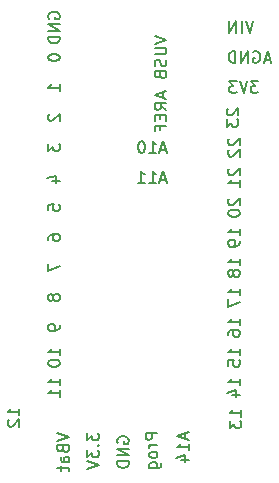
<source format=gbr>
G04 #@! TF.FileFunction,Legend,Bot*
%FSLAX46Y46*%
G04 Gerber Fmt 4.6, Leading zero omitted, Abs format (unit mm)*
G04 Created by KiCad (PCBNEW 4.0.2-4+6225~38~ubuntu14.04.1-stable) date on. 13. april 2016 kl. 20.39 +0200*
%MOMM*%
G01*
G04 APERTURE LIST*
%ADD10C,0.100000*%
%ADD11C,0.150000*%
G04 APERTURE END LIST*
D10*
D11*
X112823476Y-106846667D02*
X112347285Y-106846667D01*
X112918714Y-107132381D02*
X112585381Y-106132381D01*
X112252047Y-107132381D01*
X111394904Y-107132381D02*
X111966333Y-107132381D01*
X111680619Y-107132381D02*
X111680619Y-106132381D01*
X111775857Y-106275238D01*
X111871095Y-106370476D01*
X111966333Y-106418095D01*
X110442523Y-107132381D02*
X111013952Y-107132381D01*
X110728238Y-107132381D02*
X110728238Y-106132381D01*
X110823476Y-106275238D01*
X110918714Y-106370476D01*
X111013952Y-106418095D01*
X112823476Y-104306667D02*
X112347285Y-104306667D01*
X112918714Y-104592381D02*
X112585381Y-103592381D01*
X112252047Y-104592381D01*
X111394904Y-104592381D02*
X111966333Y-104592381D01*
X111680619Y-104592381D02*
X111680619Y-103592381D01*
X111775857Y-103735238D01*
X111871095Y-103830476D01*
X111966333Y-103878095D01*
X110775857Y-103592381D02*
X110680618Y-103592381D01*
X110585380Y-103640000D01*
X110537761Y-103687619D01*
X110490142Y-103782857D01*
X110442523Y-103973333D01*
X110442523Y-104211429D01*
X110490142Y-104401905D01*
X110537761Y-104497143D01*
X110585380Y-104544762D01*
X110680618Y-104592381D01*
X110775857Y-104592381D01*
X110871095Y-104544762D01*
X110918714Y-104497143D01*
X110966333Y-104401905D01*
X111013952Y-104211429D01*
X111013952Y-103973333D01*
X110966333Y-103782857D01*
X110918714Y-103687619D01*
X110871095Y-103640000D01*
X110775857Y-103592381D01*
X112561667Y-99472952D02*
X112561667Y-99949143D01*
X112847381Y-99377714D02*
X111847381Y-99711047D01*
X112847381Y-100044381D01*
X112847381Y-100949143D02*
X112371190Y-100615809D01*
X112847381Y-100377714D02*
X111847381Y-100377714D01*
X111847381Y-100758667D01*
X111895000Y-100853905D01*
X111942619Y-100901524D01*
X112037857Y-100949143D01*
X112180714Y-100949143D01*
X112275952Y-100901524D01*
X112323571Y-100853905D01*
X112371190Y-100758667D01*
X112371190Y-100377714D01*
X112323571Y-101377714D02*
X112323571Y-101711048D01*
X112847381Y-101853905D02*
X112847381Y-101377714D01*
X111847381Y-101377714D01*
X111847381Y-101853905D01*
X112323571Y-102615810D02*
X112323571Y-102282476D01*
X112847381Y-102282476D02*
X111847381Y-102282476D01*
X111847381Y-102758667D01*
X111847381Y-94686667D02*
X112847381Y-95020000D01*
X111847381Y-95353334D01*
X111847381Y-95686667D02*
X112656905Y-95686667D01*
X112752143Y-95734286D01*
X112799762Y-95781905D01*
X112847381Y-95877143D01*
X112847381Y-96067620D01*
X112799762Y-96162858D01*
X112752143Y-96210477D01*
X112656905Y-96258096D01*
X111847381Y-96258096D01*
X112799762Y-96686667D02*
X112847381Y-96829524D01*
X112847381Y-97067620D01*
X112799762Y-97162858D01*
X112752143Y-97210477D01*
X112656905Y-97258096D01*
X112561667Y-97258096D01*
X112466429Y-97210477D01*
X112418810Y-97162858D01*
X112371190Y-97067620D01*
X112323571Y-96877143D01*
X112275952Y-96781905D01*
X112228333Y-96734286D01*
X112133095Y-96686667D01*
X112037857Y-96686667D01*
X111942619Y-96734286D01*
X111895000Y-96781905D01*
X111847381Y-96877143D01*
X111847381Y-97115239D01*
X111895000Y-97258096D01*
X112323571Y-98020001D02*
X112371190Y-98162858D01*
X112418810Y-98210477D01*
X112514048Y-98258096D01*
X112656905Y-98258096D01*
X112752143Y-98210477D01*
X112799762Y-98162858D01*
X112847381Y-98067620D01*
X112847381Y-97686667D01*
X111847381Y-97686667D01*
X111847381Y-98020001D01*
X111895000Y-98115239D01*
X111942619Y-98162858D01*
X112037857Y-98210477D01*
X112133095Y-98210477D01*
X112228333Y-98162858D01*
X112275952Y-98115239D01*
X112323571Y-98020001D01*
X112323571Y-97686667D01*
X120221238Y-93432381D02*
X119887905Y-94432381D01*
X119554571Y-93432381D01*
X119221238Y-94432381D02*
X119221238Y-93432381D01*
X118745048Y-94432381D02*
X118745048Y-93432381D01*
X118173619Y-94432381D01*
X118173619Y-93432381D01*
X121649905Y-96686667D02*
X121173714Y-96686667D01*
X121745143Y-96972381D02*
X121411810Y-95972381D01*
X121078476Y-96972381D01*
X120221333Y-96020000D02*
X120316571Y-95972381D01*
X120459428Y-95972381D01*
X120602286Y-96020000D01*
X120697524Y-96115238D01*
X120745143Y-96210476D01*
X120792762Y-96400952D01*
X120792762Y-96543810D01*
X120745143Y-96734286D01*
X120697524Y-96829524D01*
X120602286Y-96924762D01*
X120459428Y-96972381D01*
X120364190Y-96972381D01*
X120221333Y-96924762D01*
X120173714Y-96877143D01*
X120173714Y-96543810D01*
X120364190Y-96543810D01*
X119745143Y-96972381D02*
X119745143Y-95972381D01*
X119173714Y-96972381D01*
X119173714Y-95972381D01*
X118697524Y-96972381D02*
X118697524Y-95972381D01*
X118459429Y-95972381D01*
X118316571Y-96020000D01*
X118221333Y-96115238D01*
X118173714Y-96210476D01*
X118126095Y-96400952D01*
X118126095Y-96543810D01*
X118173714Y-96734286D01*
X118221333Y-96829524D01*
X118316571Y-96924762D01*
X118459429Y-96972381D01*
X118697524Y-96972381D01*
X120618095Y-98512381D02*
X119999047Y-98512381D01*
X120332381Y-98893333D01*
X120189523Y-98893333D01*
X120094285Y-98940952D01*
X120046666Y-98988571D01*
X119999047Y-99083810D01*
X119999047Y-99321905D01*
X120046666Y-99417143D01*
X120094285Y-99464762D01*
X120189523Y-99512381D01*
X120475238Y-99512381D01*
X120570476Y-99464762D01*
X120618095Y-99417143D01*
X119713333Y-98512381D02*
X119380000Y-99512381D01*
X119046666Y-98512381D01*
X118808571Y-98512381D02*
X118189523Y-98512381D01*
X118522857Y-98893333D01*
X118379999Y-98893333D01*
X118284761Y-98940952D01*
X118237142Y-98988571D01*
X118189523Y-99083810D01*
X118189523Y-99321905D01*
X118237142Y-99417143D01*
X118284761Y-99464762D01*
X118379999Y-99512381D01*
X118665714Y-99512381D01*
X118760952Y-99464762D01*
X118808571Y-99417143D01*
X118038619Y-100838095D02*
X117991000Y-100885714D01*
X117943381Y-100980952D01*
X117943381Y-101219048D01*
X117991000Y-101314286D01*
X118038619Y-101361905D01*
X118133857Y-101409524D01*
X118229095Y-101409524D01*
X118371952Y-101361905D01*
X118943381Y-100790476D01*
X118943381Y-101409524D01*
X117943381Y-101742857D02*
X117943381Y-102361905D01*
X118324333Y-102028571D01*
X118324333Y-102171429D01*
X118371952Y-102266667D01*
X118419571Y-102314286D01*
X118514810Y-102361905D01*
X118752905Y-102361905D01*
X118848143Y-102314286D01*
X118895762Y-102266667D01*
X118943381Y-102171429D01*
X118943381Y-101885714D01*
X118895762Y-101790476D01*
X118848143Y-101742857D01*
X118165619Y-103378095D02*
X118118000Y-103425714D01*
X118070381Y-103520952D01*
X118070381Y-103759048D01*
X118118000Y-103854286D01*
X118165619Y-103901905D01*
X118260857Y-103949524D01*
X118356095Y-103949524D01*
X118498952Y-103901905D01*
X119070381Y-103330476D01*
X119070381Y-103949524D01*
X118165619Y-104330476D02*
X118118000Y-104378095D01*
X118070381Y-104473333D01*
X118070381Y-104711429D01*
X118118000Y-104806667D01*
X118165619Y-104854286D01*
X118260857Y-104901905D01*
X118356095Y-104901905D01*
X118498952Y-104854286D01*
X119070381Y-104282857D01*
X119070381Y-104901905D01*
X118165619Y-105918095D02*
X118118000Y-105965714D01*
X118070381Y-106060952D01*
X118070381Y-106299048D01*
X118118000Y-106394286D01*
X118165619Y-106441905D01*
X118260857Y-106489524D01*
X118356095Y-106489524D01*
X118498952Y-106441905D01*
X119070381Y-105870476D01*
X119070381Y-106489524D01*
X119070381Y-107441905D02*
X119070381Y-106870476D01*
X119070381Y-107156190D02*
X118070381Y-107156190D01*
X118213238Y-107060952D01*
X118308476Y-106965714D01*
X118356095Y-106870476D01*
X118165619Y-108458095D02*
X118118000Y-108505714D01*
X118070381Y-108600952D01*
X118070381Y-108839048D01*
X118118000Y-108934286D01*
X118165619Y-108981905D01*
X118260857Y-109029524D01*
X118356095Y-109029524D01*
X118498952Y-108981905D01*
X119070381Y-108410476D01*
X119070381Y-109029524D01*
X118070381Y-109648571D02*
X118070381Y-109743810D01*
X118118000Y-109839048D01*
X118165619Y-109886667D01*
X118260857Y-109934286D01*
X118451333Y-109981905D01*
X118689429Y-109981905D01*
X118879905Y-109934286D01*
X118975143Y-109886667D01*
X119022762Y-109839048D01*
X119070381Y-109743810D01*
X119070381Y-109648571D01*
X119022762Y-109553333D01*
X118975143Y-109505714D01*
X118879905Y-109458095D01*
X118689429Y-109410476D01*
X118451333Y-109410476D01*
X118260857Y-109458095D01*
X118165619Y-109505714D01*
X118118000Y-109553333D01*
X118070381Y-109648571D01*
X119070381Y-111569524D02*
X119070381Y-110998095D01*
X119070381Y-111283809D02*
X118070381Y-111283809D01*
X118213238Y-111188571D01*
X118308476Y-111093333D01*
X118356095Y-110998095D01*
X119070381Y-112045714D02*
X119070381Y-112236190D01*
X119022762Y-112331429D01*
X118975143Y-112379048D01*
X118832286Y-112474286D01*
X118641810Y-112521905D01*
X118260857Y-112521905D01*
X118165619Y-112474286D01*
X118118000Y-112426667D01*
X118070381Y-112331429D01*
X118070381Y-112140952D01*
X118118000Y-112045714D01*
X118165619Y-111998095D01*
X118260857Y-111950476D01*
X118498952Y-111950476D01*
X118594190Y-111998095D01*
X118641810Y-112045714D01*
X118689429Y-112140952D01*
X118689429Y-112331429D01*
X118641810Y-112426667D01*
X118594190Y-112474286D01*
X118498952Y-112521905D01*
X119070381Y-114109524D02*
X119070381Y-113538095D01*
X119070381Y-113823809D02*
X118070381Y-113823809D01*
X118213238Y-113728571D01*
X118308476Y-113633333D01*
X118356095Y-113538095D01*
X118498952Y-114680952D02*
X118451333Y-114585714D01*
X118403714Y-114538095D01*
X118308476Y-114490476D01*
X118260857Y-114490476D01*
X118165619Y-114538095D01*
X118118000Y-114585714D01*
X118070381Y-114680952D01*
X118070381Y-114871429D01*
X118118000Y-114966667D01*
X118165619Y-115014286D01*
X118260857Y-115061905D01*
X118308476Y-115061905D01*
X118403714Y-115014286D01*
X118451333Y-114966667D01*
X118498952Y-114871429D01*
X118498952Y-114680952D01*
X118546571Y-114585714D01*
X118594190Y-114538095D01*
X118689429Y-114490476D01*
X118879905Y-114490476D01*
X118975143Y-114538095D01*
X119022762Y-114585714D01*
X119070381Y-114680952D01*
X119070381Y-114871429D01*
X119022762Y-114966667D01*
X118975143Y-115014286D01*
X118879905Y-115061905D01*
X118689429Y-115061905D01*
X118594190Y-115014286D01*
X118546571Y-114966667D01*
X118498952Y-114871429D01*
X119070381Y-116649524D02*
X119070381Y-116078095D01*
X119070381Y-116363809D02*
X118070381Y-116363809D01*
X118213238Y-116268571D01*
X118308476Y-116173333D01*
X118356095Y-116078095D01*
X118070381Y-116982857D02*
X118070381Y-117649524D01*
X119070381Y-117220952D01*
X119070381Y-119189524D02*
X119070381Y-118618095D01*
X119070381Y-118903809D02*
X118070381Y-118903809D01*
X118213238Y-118808571D01*
X118308476Y-118713333D01*
X118356095Y-118618095D01*
X118070381Y-120046667D02*
X118070381Y-119856190D01*
X118118000Y-119760952D01*
X118165619Y-119713333D01*
X118308476Y-119618095D01*
X118498952Y-119570476D01*
X118879905Y-119570476D01*
X118975143Y-119618095D01*
X119022762Y-119665714D01*
X119070381Y-119760952D01*
X119070381Y-119951429D01*
X119022762Y-120046667D01*
X118975143Y-120094286D01*
X118879905Y-120141905D01*
X118641810Y-120141905D01*
X118546571Y-120094286D01*
X118498952Y-120046667D01*
X118451333Y-119951429D01*
X118451333Y-119760952D01*
X118498952Y-119665714D01*
X118546571Y-119618095D01*
X118641810Y-119570476D01*
X119070381Y-121729524D02*
X119070381Y-121158095D01*
X119070381Y-121443809D02*
X118070381Y-121443809D01*
X118213238Y-121348571D01*
X118308476Y-121253333D01*
X118356095Y-121158095D01*
X118070381Y-122634286D02*
X118070381Y-122158095D01*
X118546571Y-122110476D01*
X118498952Y-122158095D01*
X118451333Y-122253333D01*
X118451333Y-122491429D01*
X118498952Y-122586667D01*
X118546571Y-122634286D01*
X118641810Y-122681905D01*
X118879905Y-122681905D01*
X118975143Y-122634286D01*
X119022762Y-122586667D01*
X119070381Y-122491429D01*
X119070381Y-122253333D01*
X119022762Y-122158095D01*
X118975143Y-122110476D01*
X119070381Y-124269524D02*
X119070381Y-123698095D01*
X119070381Y-123983809D02*
X118070381Y-123983809D01*
X118213238Y-123888571D01*
X118308476Y-123793333D01*
X118356095Y-123698095D01*
X118403714Y-125126667D02*
X119070381Y-125126667D01*
X118022762Y-124888571D02*
X118737048Y-124650476D01*
X118737048Y-125269524D01*
X119197381Y-126936524D02*
X119197381Y-126365095D01*
X119197381Y-126650809D02*
X118197381Y-126650809D01*
X118340238Y-126555571D01*
X118435476Y-126460333D01*
X118483095Y-126365095D01*
X118197381Y-127269857D02*
X118197381Y-127888905D01*
X118578333Y-127555571D01*
X118578333Y-127698429D01*
X118625952Y-127793667D01*
X118673571Y-127841286D01*
X118768810Y-127888905D01*
X119006905Y-127888905D01*
X119102143Y-127841286D01*
X119149762Y-127793667D01*
X119197381Y-127698429D01*
X119197381Y-127412714D01*
X119149762Y-127317476D01*
X119102143Y-127269857D01*
X114466667Y-128349524D02*
X114466667Y-128825715D01*
X114752381Y-128254286D02*
X113752381Y-128587619D01*
X114752381Y-128920953D01*
X114752381Y-129778096D02*
X114752381Y-129206667D01*
X114752381Y-129492381D02*
X113752381Y-129492381D01*
X113895238Y-129397143D01*
X113990476Y-129301905D01*
X114038095Y-129206667D01*
X114085714Y-130635239D02*
X114752381Y-130635239D01*
X113704762Y-130397143D02*
X114419048Y-130159048D01*
X114419048Y-130778096D01*
X112085381Y-128317809D02*
X111085381Y-128317809D01*
X111085381Y-128698762D01*
X111133000Y-128794000D01*
X111180619Y-128841619D01*
X111275857Y-128889238D01*
X111418714Y-128889238D01*
X111513952Y-128841619D01*
X111561571Y-128794000D01*
X111609190Y-128698762D01*
X111609190Y-128317809D01*
X112085381Y-129317809D02*
X111418714Y-129317809D01*
X111609190Y-129317809D02*
X111513952Y-129365428D01*
X111466333Y-129413047D01*
X111418714Y-129508285D01*
X111418714Y-129603524D01*
X112085381Y-130079714D02*
X112037762Y-129984476D01*
X111990143Y-129936857D01*
X111894905Y-129889238D01*
X111609190Y-129889238D01*
X111513952Y-129936857D01*
X111466333Y-129984476D01*
X111418714Y-130079714D01*
X111418714Y-130222572D01*
X111466333Y-130317810D01*
X111513952Y-130365429D01*
X111609190Y-130413048D01*
X111894905Y-130413048D01*
X111990143Y-130365429D01*
X112037762Y-130317810D01*
X112085381Y-130222572D01*
X112085381Y-130079714D01*
X111418714Y-131270191D02*
X112228238Y-131270191D01*
X112323476Y-131222572D01*
X112371095Y-131174953D01*
X112418714Y-131079714D01*
X112418714Y-130936857D01*
X112371095Y-130841619D01*
X112037762Y-131270191D02*
X112085381Y-131174953D01*
X112085381Y-130984476D01*
X112037762Y-130889238D01*
X111990143Y-130841619D01*
X111894905Y-130794000D01*
X111609190Y-130794000D01*
X111513952Y-130841619D01*
X111466333Y-130889238D01*
X111418714Y-130984476D01*
X111418714Y-131174953D01*
X111466333Y-131270191D01*
X108720000Y-129159096D02*
X108672381Y-129063858D01*
X108672381Y-128921001D01*
X108720000Y-128778143D01*
X108815238Y-128682905D01*
X108910476Y-128635286D01*
X109100952Y-128587667D01*
X109243810Y-128587667D01*
X109434286Y-128635286D01*
X109529524Y-128682905D01*
X109624762Y-128778143D01*
X109672381Y-128921001D01*
X109672381Y-129016239D01*
X109624762Y-129159096D01*
X109577143Y-129206715D01*
X109243810Y-129206715D01*
X109243810Y-129016239D01*
X109672381Y-129635286D02*
X108672381Y-129635286D01*
X109672381Y-130206715D01*
X108672381Y-130206715D01*
X109672381Y-130682905D02*
X108672381Y-130682905D01*
X108672381Y-130921000D01*
X108720000Y-131063858D01*
X108815238Y-131159096D01*
X108910476Y-131206715D01*
X109100952Y-131254334D01*
X109243810Y-131254334D01*
X109434286Y-131206715D01*
X109529524Y-131159096D01*
X109624762Y-131063858D01*
X109672381Y-130921000D01*
X109672381Y-130682905D01*
X106132381Y-128317810D02*
X106132381Y-128936858D01*
X106513333Y-128603524D01*
X106513333Y-128746382D01*
X106560952Y-128841620D01*
X106608571Y-128889239D01*
X106703810Y-128936858D01*
X106941905Y-128936858D01*
X107037143Y-128889239D01*
X107084762Y-128841620D01*
X107132381Y-128746382D01*
X107132381Y-128460667D01*
X107084762Y-128365429D01*
X107037143Y-128317810D01*
X107037143Y-129365429D02*
X107084762Y-129413048D01*
X107132381Y-129365429D01*
X107084762Y-129317810D01*
X107037143Y-129365429D01*
X107132381Y-129365429D01*
X106132381Y-129746381D02*
X106132381Y-130365429D01*
X106513333Y-130032095D01*
X106513333Y-130174953D01*
X106560952Y-130270191D01*
X106608571Y-130317810D01*
X106703810Y-130365429D01*
X106941905Y-130365429D01*
X107037143Y-130317810D01*
X107084762Y-130270191D01*
X107132381Y-130174953D01*
X107132381Y-129889238D01*
X107084762Y-129794000D01*
X107037143Y-129746381D01*
X106132381Y-130651143D02*
X107132381Y-130984476D01*
X106132381Y-131317810D01*
X103592381Y-128349571D02*
X104592381Y-128682904D01*
X103592381Y-129016238D01*
X104068571Y-129682905D02*
X104116190Y-129825762D01*
X104163810Y-129873381D01*
X104259048Y-129921000D01*
X104401905Y-129921000D01*
X104497143Y-129873381D01*
X104544762Y-129825762D01*
X104592381Y-129730524D01*
X104592381Y-129349571D01*
X103592381Y-129349571D01*
X103592381Y-129682905D01*
X103640000Y-129778143D01*
X103687619Y-129825762D01*
X103782857Y-129873381D01*
X103878095Y-129873381D01*
X103973333Y-129825762D01*
X104020952Y-129778143D01*
X104068571Y-129682905D01*
X104068571Y-129349571D01*
X104592381Y-130778143D02*
X104068571Y-130778143D01*
X103973333Y-130730524D01*
X103925714Y-130635286D01*
X103925714Y-130444809D01*
X103973333Y-130349571D01*
X104544762Y-130778143D02*
X104592381Y-130682905D01*
X104592381Y-130444809D01*
X104544762Y-130349571D01*
X104449524Y-130301952D01*
X104354286Y-130301952D01*
X104259048Y-130349571D01*
X104211429Y-130444809D01*
X104211429Y-130682905D01*
X104163810Y-130778143D01*
X103925714Y-131111476D02*
X103925714Y-131492428D01*
X103592381Y-131254333D02*
X104449524Y-131254333D01*
X104544762Y-131301952D01*
X104592381Y-131397190D01*
X104592381Y-131492428D01*
X100401381Y-126809524D02*
X100401381Y-126238095D01*
X100401381Y-126523809D02*
X99401381Y-126523809D01*
X99544238Y-126428571D01*
X99639476Y-126333333D01*
X99687095Y-126238095D01*
X99496619Y-127190476D02*
X99449000Y-127238095D01*
X99401381Y-127333333D01*
X99401381Y-127571429D01*
X99449000Y-127666667D01*
X99496619Y-127714286D01*
X99591857Y-127761905D01*
X99687095Y-127761905D01*
X99829952Y-127714286D01*
X100401381Y-127142857D01*
X100401381Y-127761905D01*
X102878000Y-93218096D02*
X102830381Y-93122858D01*
X102830381Y-92980001D01*
X102878000Y-92837143D01*
X102973238Y-92741905D01*
X103068476Y-92694286D01*
X103258952Y-92646667D01*
X103401810Y-92646667D01*
X103592286Y-92694286D01*
X103687524Y-92741905D01*
X103782762Y-92837143D01*
X103830381Y-92980001D01*
X103830381Y-93075239D01*
X103782762Y-93218096D01*
X103735143Y-93265715D01*
X103401810Y-93265715D01*
X103401810Y-93075239D01*
X103830381Y-93694286D02*
X102830381Y-93694286D01*
X103830381Y-94265715D01*
X102830381Y-94265715D01*
X103830381Y-94741905D02*
X102830381Y-94741905D01*
X102830381Y-94980000D01*
X102878000Y-95122858D01*
X102973238Y-95218096D01*
X103068476Y-95265715D01*
X103258952Y-95313334D01*
X103401810Y-95313334D01*
X103592286Y-95265715D01*
X103687524Y-95218096D01*
X103782762Y-95122858D01*
X103830381Y-94980000D01*
X103830381Y-94741905D01*
X103830381Y-124269524D02*
X103830381Y-123698095D01*
X103830381Y-123983809D02*
X102830381Y-123983809D01*
X102973238Y-123888571D01*
X103068476Y-123793333D01*
X103116095Y-123698095D01*
X103830381Y-125221905D02*
X103830381Y-124650476D01*
X103830381Y-124936190D02*
X102830381Y-124936190D01*
X102973238Y-124840952D01*
X103068476Y-124745714D01*
X103116095Y-124650476D01*
X103830381Y-121729524D02*
X103830381Y-121158095D01*
X103830381Y-121443809D02*
X102830381Y-121443809D01*
X102973238Y-121348571D01*
X103068476Y-121253333D01*
X103116095Y-121158095D01*
X102830381Y-122348571D02*
X102830381Y-122443810D01*
X102878000Y-122539048D01*
X102925619Y-122586667D01*
X103020857Y-122634286D01*
X103211333Y-122681905D01*
X103449429Y-122681905D01*
X103639905Y-122634286D01*
X103735143Y-122586667D01*
X103782762Y-122539048D01*
X103830381Y-122443810D01*
X103830381Y-122348571D01*
X103782762Y-122253333D01*
X103735143Y-122205714D01*
X103639905Y-122158095D01*
X103449429Y-122110476D01*
X103211333Y-122110476D01*
X103020857Y-122158095D01*
X102925619Y-122205714D01*
X102878000Y-122253333D01*
X102830381Y-122348571D01*
X103830381Y-119189524D02*
X103830381Y-119380000D01*
X103782762Y-119475239D01*
X103735143Y-119522858D01*
X103592286Y-119618096D01*
X103401810Y-119665715D01*
X103020857Y-119665715D01*
X102925619Y-119618096D01*
X102878000Y-119570477D01*
X102830381Y-119475239D01*
X102830381Y-119284762D01*
X102878000Y-119189524D01*
X102925619Y-119141905D01*
X103020857Y-119094286D01*
X103258952Y-119094286D01*
X103354190Y-119141905D01*
X103401810Y-119189524D01*
X103449429Y-119284762D01*
X103449429Y-119475239D01*
X103401810Y-119570477D01*
X103354190Y-119618096D01*
X103258952Y-119665715D01*
X103258952Y-116744762D02*
X103211333Y-116649524D01*
X103163714Y-116601905D01*
X103068476Y-116554286D01*
X103020857Y-116554286D01*
X102925619Y-116601905D01*
X102878000Y-116649524D01*
X102830381Y-116744762D01*
X102830381Y-116935239D01*
X102878000Y-117030477D01*
X102925619Y-117078096D01*
X103020857Y-117125715D01*
X103068476Y-117125715D01*
X103163714Y-117078096D01*
X103211333Y-117030477D01*
X103258952Y-116935239D01*
X103258952Y-116744762D01*
X103306571Y-116649524D01*
X103354190Y-116601905D01*
X103449429Y-116554286D01*
X103639905Y-116554286D01*
X103735143Y-116601905D01*
X103782762Y-116649524D01*
X103830381Y-116744762D01*
X103830381Y-116935239D01*
X103782762Y-117030477D01*
X103735143Y-117078096D01*
X103639905Y-117125715D01*
X103449429Y-117125715D01*
X103354190Y-117078096D01*
X103306571Y-117030477D01*
X103258952Y-116935239D01*
X102830381Y-113966667D02*
X102830381Y-114633334D01*
X103830381Y-114204762D01*
X102830381Y-111950477D02*
X102830381Y-111760000D01*
X102878000Y-111664762D01*
X102925619Y-111617143D01*
X103068476Y-111521905D01*
X103258952Y-111474286D01*
X103639905Y-111474286D01*
X103735143Y-111521905D01*
X103782762Y-111569524D01*
X103830381Y-111664762D01*
X103830381Y-111855239D01*
X103782762Y-111950477D01*
X103735143Y-111998096D01*
X103639905Y-112045715D01*
X103401810Y-112045715D01*
X103306571Y-111998096D01*
X103258952Y-111950477D01*
X103211333Y-111855239D01*
X103211333Y-111664762D01*
X103258952Y-111569524D01*
X103306571Y-111521905D01*
X103401810Y-111474286D01*
X102830381Y-109458096D02*
X102830381Y-108981905D01*
X103306571Y-108934286D01*
X103258952Y-108981905D01*
X103211333Y-109077143D01*
X103211333Y-109315239D01*
X103258952Y-109410477D01*
X103306571Y-109458096D01*
X103401810Y-109505715D01*
X103639905Y-109505715D01*
X103735143Y-109458096D01*
X103782762Y-109410477D01*
X103830381Y-109315239D01*
X103830381Y-109077143D01*
X103782762Y-108981905D01*
X103735143Y-108934286D01*
X103163714Y-106997477D02*
X103830381Y-106997477D01*
X102782762Y-106759381D02*
X103497048Y-106521286D01*
X103497048Y-107140334D01*
X102830381Y-103806667D02*
X102830381Y-104425715D01*
X103211333Y-104092381D01*
X103211333Y-104235239D01*
X103258952Y-104330477D01*
X103306571Y-104378096D01*
X103401810Y-104425715D01*
X103639905Y-104425715D01*
X103735143Y-104378096D01*
X103782762Y-104330477D01*
X103830381Y-104235239D01*
X103830381Y-103949524D01*
X103782762Y-103854286D01*
X103735143Y-103806667D01*
X102925619Y-101314286D02*
X102878000Y-101361905D01*
X102830381Y-101457143D01*
X102830381Y-101695239D01*
X102878000Y-101790477D01*
X102925619Y-101838096D01*
X103020857Y-101885715D01*
X103116095Y-101885715D01*
X103258952Y-101838096D01*
X103830381Y-101266667D01*
X103830381Y-101885715D01*
X103830381Y-99345715D02*
X103830381Y-98774286D01*
X103830381Y-99060000D02*
X102830381Y-99060000D01*
X102973238Y-98964762D01*
X103068476Y-98869524D01*
X103116095Y-98774286D01*
X102830381Y-96472381D02*
X102830381Y-96567620D01*
X102878000Y-96662858D01*
X102925619Y-96710477D01*
X103020857Y-96758096D01*
X103211333Y-96805715D01*
X103449429Y-96805715D01*
X103639905Y-96758096D01*
X103735143Y-96710477D01*
X103782762Y-96662858D01*
X103830381Y-96567620D01*
X103830381Y-96472381D01*
X103782762Y-96377143D01*
X103735143Y-96329524D01*
X103639905Y-96281905D01*
X103449429Y-96234286D01*
X103211333Y-96234286D01*
X103020857Y-96281905D01*
X102925619Y-96329524D01*
X102878000Y-96377143D01*
X102830381Y-96472381D01*
M02*

</source>
